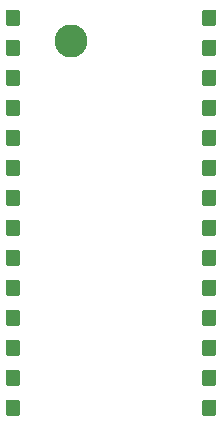
<source format=gbr>
G04 #@! TF.GenerationSoftware,KiCad,Pcbnew,5.1.4-e60b266~84~ubuntu19.04.1*
G04 #@! TF.CreationDate,2019-08-12T19:04:04-04:00*
G04 #@! TF.ProjectId,pcb2molex8878,70636232-6d6f-46c6-9578-383837382e6b,rev?*
G04 #@! TF.SameCoordinates,Original*
G04 #@! TF.FileFunction,Soldermask,Top*
G04 #@! TF.FilePolarity,Negative*
%FSLAX46Y46*%
G04 Gerber Fmt 4.6, Leading zero omitted, Abs format (unit mm)*
G04 Created by KiCad (PCBNEW 5.1.4-e60b266~84~ubuntu19.04.1) date 2019-08-12 19:04:04*
%MOMM*%
%LPD*%
G04 APERTURE LIST*
%ADD10C,2.794000*%
%ADD11C,0.050800*%
%ADD12C,1.193800*%
G04 APERTURE END LIST*
D10*
X143818400Y-84657000D03*
D11*
G36*
X139376421Y-82017175D02*
G01*
X139388010Y-82018894D01*
X139399374Y-82021740D01*
X139410405Y-82025687D01*
X139420995Y-82030696D01*
X139431044Y-82036719D01*
X139440454Y-82043698D01*
X139449134Y-82051566D01*
X139457002Y-82060246D01*
X139463981Y-82069656D01*
X139470004Y-82079705D01*
X139475013Y-82090295D01*
X139478960Y-82101326D01*
X139481806Y-82112690D01*
X139483525Y-82124279D01*
X139484100Y-82135980D01*
X139484100Y-83218020D01*
X139483525Y-83229721D01*
X139481806Y-83241310D01*
X139478960Y-83252674D01*
X139475013Y-83263705D01*
X139470004Y-83274295D01*
X139463981Y-83284344D01*
X139457002Y-83293754D01*
X139449134Y-83302434D01*
X139440454Y-83310302D01*
X139431044Y-83317281D01*
X139420995Y-83323304D01*
X139410405Y-83328313D01*
X139399374Y-83332260D01*
X139388010Y-83335106D01*
X139376421Y-83336825D01*
X139364720Y-83337400D01*
X138409680Y-83337400D01*
X138397979Y-83336825D01*
X138386390Y-83335106D01*
X138375026Y-83332260D01*
X138363995Y-83328313D01*
X138353405Y-83323304D01*
X138343356Y-83317281D01*
X138333946Y-83310302D01*
X138325266Y-83302434D01*
X138317398Y-83293754D01*
X138310419Y-83284344D01*
X138304396Y-83274295D01*
X138299387Y-83263705D01*
X138295440Y-83252674D01*
X138292594Y-83241310D01*
X138290875Y-83229721D01*
X138290300Y-83218020D01*
X138290300Y-82135980D01*
X138290875Y-82124279D01*
X138292594Y-82112690D01*
X138295440Y-82101326D01*
X138299387Y-82090295D01*
X138304396Y-82079705D01*
X138310419Y-82069656D01*
X138317398Y-82060246D01*
X138325266Y-82051566D01*
X138333946Y-82043698D01*
X138343356Y-82036719D01*
X138353405Y-82030696D01*
X138363995Y-82025687D01*
X138375026Y-82021740D01*
X138386390Y-82018894D01*
X138397979Y-82017175D01*
X138409680Y-82016600D01*
X139364720Y-82016600D01*
X139376421Y-82017175D01*
X139376421Y-82017175D01*
G37*
D12*
X138887200Y-82677000D03*
D11*
G36*
X156038821Y-115037175D02*
G01*
X156050410Y-115038894D01*
X156061774Y-115041740D01*
X156072805Y-115045687D01*
X156083395Y-115050696D01*
X156093444Y-115056719D01*
X156102854Y-115063698D01*
X156111534Y-115071566D01*
X156119402Y-115080246D01*
X156126381Y-115089656D01*
X156132404Y-115099705D01*
X156137413Y-115110295D01*
X156141360Y-115121326D01*
X156144206Y-115132690D01*
X156145925Y-115144279D01*
X156146500Y-115155980D01*
X156146500Y-116238020D01*
X156145925Y-116249721D01*
X156144206Y-116261310D01*
X156141360Y-116272674D01*
X156137413Y-116283705D01*
X156132404Y-116294295D01*
X156126381Y-116304344D01*
X156119402Y-116313754D01*
X156111534Y-116322434D01*
X156102854Y-116330302D01*
X156093444Y-116337281D01*
X156083395Y-116343304D01*
X156072805Y-116348313D01*
X156061774Y-116352260D01*
X156050410Y-116355106D01*
X156038821Y-116356825D01*
X156027120Y-116357400D01*
X155072080Y-116357400D01*
X155060379Y-116356825D01*
X155048790Y-116355106D01*
X155037426Y-116352260D01*
X155026395Y-116348313D01*
X155015805Y-116343304D01*
X155005756Y-116337281D01*
X154996346Y-116330302D01*
X154987666Y-116322434D01*
X154979798Y-116313754D01*
X154972819Y-116304344D01*
X154966796Y-116294295D01*
X154961787Y-116283705D01*
X154957840Y-116272674D01*
X154954994Y-116261310D01*
X154953275Y-116249721D01*
X154952700Y-116238020D01*
X154952700Y-115155980D01*
X154953275Y-115144279D01*
X154954994Y-115132690D01*
X154957840Y-115121326D01*
X154961787Y-115110295D01*
X154966796Y-115099705D01*
X154972819Y-115089656D01*
X154979798Y-115080246D01*
X154987666Y-115071566D01*
X154996346Y-115063698D01*
X155005756Y-115056719D01*
X155015805Y-115050696D01*
X155026395Y-115045687D01*
X155037426Y-115041740D01*
X155048790Y-115038894D01*
X155060379Y-115037175D01*
X155072080Y-115036600D01*
X156027120Y-115036600D01*
X156038821Y-115037175D01*
X156038821Y-115037175D01*
G37*
D12*
X155549600Y-115697000D03*
D11*
G36*
X139376421Y-84557175D02*
G01*
X139388010Y-84558894D01*
X139399374Y-84561740D01*
X139410405Y-84565687D01*
X139420995Y-84570696D01*
X139431044Y-84576719D01*
X139440454Y-84583698D01*
X139449134Y-84591566D01*
X139457002Y-84600246D01*
X139463981Y-84609656D01*
X139470004Y-84619705D01*
X139475013Y-84630295D01*
X139478960Y-84641326D01*
X139481806Y-84652690D01*
X139483525Y-84664279D01*
X139484100Y-84675980D01*
X139484100Y-85758020D01*
X139483525Y-85769721D01*
X139481806Y-85781310D01*
X139478960Y-85792674D01*
X139475013Y-85803705D01*
X139470004Y-85814295D01*
X139463981Y-85824344D01*
X139457002Y-85833754D01*
X139449134Y-85842434D01*
X139440454Y-85850302D01*
X139431044Y-85857281D01*
X139420995Y-85863304D01*
X139410405Y-85868313D01*
X139399374Y-85872260D01*
X139388010Y-85875106D01*
X139376421Y-85876825D01*
X139364720Y-85877400D01*
X138409680Y-85877400D01*
X138397979Y-85876825D01*
X138386390Y-85875106D01*
X138375026Y-85872260D01*
X138363995Y-85868313D01*
X138353405Y-85863304D01*
X138343356Y-85857281D01*
X138333946Y-85850302D01*
X138325266Y-85842434D01*
X138317398Y-85833754D01*
X138310419Y-85824344D01*
X138304396Y-85814295D01*
X138299387Y-85803705D01*
X138295440Y-85792674D01*
X138292594Y-85781310D01*
X138290875Y-85769721D01*
X138290300Y-85758020D01*
X138290300Y-84675980D01*
X138290875Y-84664279D01*
X138292594Y-84652690D01*
X138295440Y-84641326D01*
X138299387Y-84630295D01*
X138304396Y-84619705D01*
X138310419Y-84609656D01*
X138317398Y-84600246D01*
X138325266Y-84591566D01*
X138333946Y-84583698D01*
X138343356Y-84576719D01*
X138353405Y-84570696D01*
X138363995Y-84565687D01*
X138375026Y-84561740D01*
X138386390Y-84558894D01*
X138397979Y-84557175D01*
X138409680Y-84556600D01*
X139364720Y-84556600D01*
X139376421Y-84557175D01*
X139376421Y-84557175D01*
G37*
D12*
X138887200Y-85217000D03*
D11*
G36*
X156038821Y-112497175D02*
G01*
X156050410Y-112498894D01*
X156061774Y-112501740D01*
X156072805Y-112505687D01*
X156083395Y-112510696D01*
X156093444Y-112516719D01*
X156102854Y-112523698D01*
X156111534Y-112531566D01*
X156119402Y-112540246D01*
X156126381Y-112549656D01*
X156132404Y-112559705D01*
X156137413Y-112570295D01*
X156141360Y-112581326D01*
X156144206Y-112592690D01*
X156145925Y-112604279D01*
X156146500Y-112615980D01*
X156146500Y-113698020D01*
X156145925Y-113709721D01*
X156144206Y-113721310D01*
X156141360Y-113732674D01*
X156137413Y-113743705D01*
X156132404Y-113754295D01*
X156126381Y-113764344D01*
X156119402Y-113773754D01*
X156111534Y-113782434D01*
X156102854Y-113790302D01*
X156093444Y-113797281D01*
X156083395Y-113803304D01*
X156072805Y-113808313D01*
X156061774Y-113812260D01*
X156050410Y-113815106D01*
X156038821Y-113816825D01*
X156027120Y-113817400D01*
X155072080Y-113817400D01*
X155060379Y-113816825D01*
X155048790Y-113815106D01*
X155037426Y-113812260D01*
X155026395Y-113808313D01*
X155015805Y-113803304D01*
X155005756Y-113797281D01*
X154996346Y-113790302D01*
X154987666Y-113782434D01*
X154979798Y-113773754D01*
X154972819Y-113764344D01*
X154966796Y-113754295D01*
X154961787Y-113743705D01*
X154957840Y-113732674D01*
X154954994Y-113721310D01*
X154953275Y-113709721D01*
X154952700Y-113698020D01*
X154952700Y-112615980D01*
X154953275Y-112604279D01*
X154954994Y-112592690D01*
X154957840Y-112581326D01*
X154961787Y-112570295D01*
X154966796Y-112559705D01*
X154972819Y-112549656D01*
X154979798Y-112540246D01*
X154987666Y-112531566D01*
X154996346Y-112523698D01*
X155005756Y-112516719D01*
X155015805Y-112510696D01*
X155026395Y-112505687D01*
X155037426Y-112501740D01*
X155048790Y-112498894D01*
X155060379Y-112497175D01*
X155072080Y-112496600D01*
X156027120Y-112496600D01*
X156038821Y-112497175D01*
X156038821Y-112497175D01*
G37*
D12*
X155549600Y-113157000D03*
D11*
G36*
X139376421Y-87097175D02*
G01*
X139388010Y-87098894D01*
X139399374Y-87101740D01*
X139410405Y-87105687D01*
X139420995Y-87110696D01*
X139431044Y-87116719D01*
X139440454Y-87123698D01*
X139449134Y-87131566D01*
X139457002Y-87140246D01*
X139463981Y-87149656D01*
X139470004Y-87159705D01*
X139475013Y-87170295D01*
X139478960Y-87181326D01*
X139481806Y-87192690D01*
X139483525Y-87204279D01*
X139484100Y-87215980D01*
X139484100Y-88298020D01*
X139483525Y-88309721D01*
X139481806Y-88321310D01*
X139478960Y-88332674D01*
X139475013Y-88343705D01*
X139470004Y-88354295D01*
X139463981Y-88364344D01*
X139457002Y-88373754D01*
X139449134Y-88382434D01*
X139440454Y-88390302D01*
X139431044Y-88397281D01*
X139420995Y-88403304D01*
X139410405Y-88408313D01*
X139399374Y-88412260D01*
X139388010Y-88415106D01*
X139376421Y-88416825D01*
X139364720Y-88417400D01*
X138409680Y-88417400D01*
X138397979Y-88416825D01*
X138386390Y-88415106D01*
X138375026Y-88412260D01*
X138363995Y-88408313D01*
X138353405Y-88403304D01*
X138343356Y-88397281D01*
X138333946Y-88390302D01*
X138325266Y-88382434D01*
X138317398Y-88373754D01*
X138310419Y-88364344D01*
X138304396Y-88354295D01*
X138299387Y-88343705D01*
X138295440Y-88332674D01*
X138292594Y-88321310D01*
X138290875Y-88309721D01*
X138290300Y-88298020D01*
X138290300Y-87215980D01*
X138290875Y-87204279D01*
X138292594Y-87192690D01*
X138295440Y-87181326D01*
X138299387Y-87170295D01*
X138304396Y-87159705D01*
X138310419Y-87149656D01*
X138317398Y-87140246D01*
X138325266Y-87131566D01*
X138333946Y-87123698D01*
X138343356Y-87116719D01*
X138353405Y-87110696D01*
X138363995Y-87105687D01*
X138375026Y-87101740D01*
X138386390Y-87098894D01*
X138397979Y-87097175D01*
X138409680Y-87096600D01*
X139364720Y-87096600D01*
X139376421Y-87097175D01*
X139376421Y-87097175D01*
G37*
D12*
X138887200Y-87757000D03*
D11*
G36*
X156038821Y-109957175D02*
G01*
X156050410Y-109958894D01*
X156061774Y-109961740D01*
X156072805Y-109965687D01*
X156083395Y-109970696D01*
X156093444Y-109976719D01*
X156102854Y-109983698D01*
X156111534Y-109991566D01*
X156119402Y-110000246D01*
X156126381Y-110009656D01*
X156132404Y-110019705D01*
X156137413Y-110030295D01*
X156141360Y-110041326D01*
X156144206Y-110052690D01*
X156145925Y-110064279D01*
X156146500Y-110075980D01*
X156146500Y-111158020D01*
X156145925Y-111169721D01*
X156144206Y-111181310D01*
X156141360Y-111192674D01*
X156137413Y-111203705D01*
X156132404Y-111214295D01*
X156126381Y-111224344D01*
X156119402Y-111233754D01*
X156111534Y-111242434D01*
X156102854Y-111250302D01*
X156093444Y-111257281D01*
X156083395Y-111263304D01*
X156072805Y-111268313D01*
X156061774Y-111272260D01*
X156050410Y-111275106D01*
X156038821Y-111276825D01*
X156027120Y-111277400D01*
X155072080Y-111277400D01*
X155060379Y-111276825D01*
X155048790Y-111275106D01*
X155037426Y-111272260D01*
X155026395Y-111268313D01*
X155015805Y-111263304D01*
X155005756Y-111257281D01*
X154996346Y-111250302D01*
X154987666Y-111242434D01*
X154979798Y-111233754D01*
X154972819Y-111224344D01*
X154966796Y-111214295D01*
X154961787Y-111203705D01*
X154957840Y-111192674D01*
X154954994Y-111181310D01*
X154953275Y-111169721D01*
X154952700Y-111158020D01*
X154952700Y-110075980D01*
X154953275Y-110064279D01*
X154954994Y-110052690D01*
X154957840Y-110041326D01*
X154961787Y-110030295D01*
X154966796Y-110019705D01*
X154972819Y-110009656D01*
X154979798Y-110000246D01*
X154987666Y-109991566D01*
X154996346Y-109983698D01*
X155005756Y-109976719D01*
X155015805Y-109970696D01*
X155026395Y-109965687D01*
X155037426Y-109961740D01*
X155048790Y-109958894D01*
X155060379Y-109957175D01*
X155072080Y-109956600D01*
X156027120Y-109956600D01*
X156038821Y-109957175D01*
X156038821Y-109957175D01*
G37*
D12*
X155549600Y-110617000D03*
D11*
G36*
X139376421Y-89637175D02*
G01*
X139388010Y-89638894D01*
X139399374Y-89641740D01*
X139410405Y-89645687D01*
X139420995Y-89650696D01*
X139431044Y-89656719D01*
X139440454Y-89663698D01*
X139449134Y-89671566D01*
X139457002Y-89680246D01*
X139463981Y-89689656D01*
X139470004Y-89699705D01*
X139475013Y-89710295D01*
X139478960Y-89721326D01*
X139481806Y-89732690D01*
X139483525Y-89744279D01*
X139484100Y-89755980D01*
X139484100Y-90838020D01*
X139483525Y-90849721D01*
X139481806Y-90861310D01*
X139478960Y-90872674D01*
X139475013Y-90883705D01*
X139470004Y-90894295D01*
X139463981Y-90904344D01*
X139457002Y-90913754D01*
X139449134Y-90922434D01*
X139440454Y-90930302D01*
X139431044Y-90937281D01*
X139420995Y-90943304D01*
X139410405Y-90948313D01*
X139399374Y-90952260D01*
X139388010Y-90955106D01*
X139376421Y-90956825D01*
X139364720Y-90957400D01*
X138409680Y-90957400D01*
X138397979Y-90956825D01*
X138386390Y-90955106D01*
X138375026Y-90952260D01*
X138363995Y-90948313D01*
X138353405Y-90943304D01*
X138343356Y-90937281D01*
X138333946Y-90930302D01*
X138325266Y-90922434D01*
X138317398Y-90913754D01*
X138310419Y-90904344D01*
X138304396Y-90894295D01*
X138299387Y-90883705D01*
X138295440Y-90872674D01*
X138292594Y-90861310D01*
X138290875Y-90849721D01*
X138290300Y-90838020D01*
X138290300Y-89755980D01*
X138290875Y-89744279D01*
X138292594Y-89732690D01*
X138295440Y-89721326D01*
X138299387Y-89710295D01*
X138304396Y-89699705D01*
X138310419Y-89689656D01*
X138317398Y-89680246D01*
X138325266Y-89671566D01*
X138333946Y-89663698D01*
X138343356Y-89656719D01*
X138353405Y-89650696D01*
X138363995Y-89645687D01*
X138375026Y-89641740D01*
X138386390Y-89638894D01*
X138397979Y-89637175D01*
X138409680Y-89636600D01*
X139364720Y-89636600D01*
X139376421Y-89637175D01*
X139376421Y-89637175D01*
G37*
D12*
X138887200Y-90297000D03*
D11*
G36*
X156038821Y-107417175D02*
G01*
X156050410Y-107418894D01*
X156061774Y-107421740D01*
X156072805Y-107425687D01*
X156083395Y-107430696D01*
X156093444Y-107436719D01*
X156102854Y-107443698D01*
X156111534Y-107451566D01*
X156119402Y-107460246D01*
X156126381Y-107469656D01*
X156132404Y-107479705D01*
X156137413Y-107490295D01*
X156141360Y-107501326D01*
X156144206Y-107512690D01*
X156145925Y-107524279D01*
X156146500Y-107535980D01*
X156146500Y-108618020D01*
X156145925Y-108629721D01*
X156144206Y-108641310D01*
X156141360Y-108652674D01*
X156137413Y-108663705D01*
X156132404Y-108674295D01*
X156126381Y-108684344D01*
X156119402Y-108693754D01*
X156111534Y-108702434D01*
X156102854Y-108710302D01*
X156093444Y-108717281D01*
X156083395Y-108723304D01*
X156072805Y-108728313D01*
X156061774Y-108732260D01*
X156050410Y-108735106D01*
X156038821Y-108736825D01*
X156027120Y-108737400D01*
X155072080Y-108737400D01*
X155060379Y-108736825D01*
X155048790Y-108735106D01*
X155037426Y-108732260D01*
X155026395Y-108728313D01*
X155015805Y-108723304D01*
X155005756Y-108717281D01*
X154996346Y-108710302D01*
X154987666Y-108702434D01*
X154979798Y-108693754D01*
X154972819Y-108684344D01*
X154966796Y-108674295D01*
X154961787Y-108663705D01*
X154957840Y-108652674D01*
X154954994Y-108641310D01*
X154953275Y-108629721D01*
X154952700Y-108618020D01*
X154952700Y-107535980D01*
X154953275Y-107524279D01*
X154954994Y-107512690D01*
X154957840Y-107501326D01*
X154961787Y-107490295D01*
X154966796Y-107479705D01*
X154972819Y-107469656D01*
X154979798Y-107460246D01*
X154987666Y-107451566D01*
X154996346Y-107443698D01*
X155005756Y-107436719D01*
X155015805Y-107430696D01*
X155026395Y-107425687D01*
X155037426Y-107421740D01*
X155048790Y-107418894D01*
X155060379Y-107417175D01*
X155072080Y-107416600D01*
X156027120Y-107416600D01*
X156038821Y-107417175D01*
X156038821Y-107417175D01*
G37*
D12*
X155549600Y-108077000D03*
D11*
G36*
X139376421Y-92177175D02*
G01*
X139388010Y-92178894D01*
X139399374Y-92181740D01*
X139410405Y-92185687D01*
X139420995Y-92190696D01*
X139431044Y-92196719D01*
X139440454Y-92203698D01*
X139449134Y-92211566D01*
X139457002Y-92220246D01*
X139463981Y-92229656D01*
X139470004Y-92239705D01*
X139475013Y-92250295D01*
X139478960Y-92261326D01*
X139481806Y-92272690D01*
X139483525Y-92284279D01*
X139484100Y-92295980D01*
X139484100Y-93378020D01*
X139483525Y-93389721D01*
X139481806Y-93401310D01*
X139478960Y-93412674D01*
X139475013Y-93423705D01*
X139470004Y-93434295D01*
X139463981Y-93444344D01*
X139457002Y-93453754D01*
X139449134Y-93462434D01*
X139440454Y-93470302D01*
X139431044Y-93477281D01*
X139420995Y-93483304D01*
X139410405Y-93488313D01*
X139399374Y-93492260D01*
X139388010Y-93495106D01*
X139376421Y-93496825D01*
X139364720Y-93497400D01*
X138409680Y-93497400D01*
X138397979Y-93496825D01*
X138386390Y-93495106D01*
X138375026Y-93492260D01*
X138363995Y-93488313D01*
X138353405Y-93483304D01*
X138343356Y-93477281D01*
X138333946Y-93470302D01*
X138325266Y-93462434D01*
X138317398Y-93453754D01*
X138310419Y-93444344D01*
X138304396Y-93434295D01*
X138299387Y-93423705D01*
X138295440Y-93412674D01*
X138292594Y-93401310D01*
X138290875Y-93389721D01*
X138290300Y-93378020D01*
X138290300Y-92295980D01*
X138290875Y-92284279D01*
X138292594Y-92272690D01*
X138295440Y-92261326D01*
X138299387Y-92250295D01*
X138304396Y-92239705D01*
X138310419Y-92229656D01*
X138317398Y-92220246D01*
X138325266Y-92211566D01*
X138333946Y-92203698D01*
X138343356Y-92196719D01*
X138353405Y-92190696D01*
X138363995Y-92185687D01*
X138375026Y-92181740D01*
X138386390Y-92178894D01*
X138397979Y-92177175D01*
X138409680Y-92176600D01*
X139364720Y-92176600D01*
X139376421Y-92177175D01*
X139376421Y-92177175D01*
G37*
D12*
X138887200Y-92837000D03*
D11*
G36*
X156038821Y-104877175D02*
G01*
X156050410Y-104878894D01*
X156061774Y-104881740D01*
X156072805Y-104885687D01*
X156083395Y-104890696D01*
X156093444Y-104896719D01*
X156102854Y-104903698D01*
X156111534Y-104911566D01*
X156119402Y-104920246D01*
X156126381Y-104929656D01*
X156132404Y-104939705D01*
X156137413Y-104950295D01*
X156141360Y-104961326D01*
X156144206Y-104972690D01*
X156145925Y-104984279D01*
X156146500Y-104995980D01*
X156146500Y-106078020D01*
X156145925Y-106089721D01*
X156144206Y-106101310D01*
X156141360Y-106112674D01*
X156137413Y-106123705D01*
X156132404Y-106134295D01*
X156126381Y-106144344D01*
X156119402Y-106153754D01*
X156111534Y-106162434D01*
X156102854Y-106170302D01*
X156093444Y-106177281D01*
X156083395Y-106183304D01*
X156072805Y-106188313D01*
X156061774Y-106192260D01*
X156050410Y-106195106D01*
X156038821Y-106196825D01*
X156027120Y-106197400D01*
X155072080Y-106197400D01*
X155060379Y-106196825D01*
X155048790Y-106195106D01*
X155037426Y-106192260D01*
X155026395Y-106188313D01*
X155015805Y-106183304D01*
X155005756Y-106177281D01*
X154996346Y-106170302D01*
X154987666Y-106162434D01*
X154979798Y-106153754D01*
X154972819Y-106144344D01*
X154966796Y-106134295D01*
X154961787Y-106123705D01*
X154957840Y-106112674D01*
X154954994Y-106101310D01*
X154953275Y-106089721D01*
X154952700Y-106078020D01*
X154952700Y-104995980D01*
X154953275Y-104984279D01*
X154954994Y-104972690D01*
X154957840Y-104961326D01*
X154961787Y-104950295D01*
X154966796Y-104939705D01*
X154972819Y-104929656D01*
X154979798Y-104920246D01*
X154987666Y-104911566D01*
X154996346Y-104903698D01*
X155005756Y-104896719D01*
X155015805Y-104890696D01*
X155026395Y-104885687D01*
X155037426Y-104881740D01*
X155048790Y-104878894D01*
X155060379Y-104877175D01*
X155072080Y-104876600D01*
X156027120Y-104876600D01*
X156038821Y-104877175D01*
X156038821Y-104877175D01*
G37*
D12*
X155549600Y-105537000D03*
D11*
G36*
X139376421Y-94717175D02*
G01*
X139388010Y-94718894D01*
X139399374Y-94721740D01*
X139410405Y-94725687D01*
X139420995Y-94730696D01*
X139431044Y-94736719D01*
X139440454Y-94743698D01*
X139449134Y-94751566D01*
X139457002Y-94760246D01*
X139463981Y-94769656D01*
X139470004Y-94779705D01*
X139475013Y-94790295D01*
X139478960Y-94801326D01*
X139481806Y-94812690D01*
X139483525Y-94824279D01*
X139484100Y-94835980D01*
X139484100Y-95918020D01*
X139483525Y-95929721D01*
X139481806Y-95941310D01*
X139478960Y-95952674D01*
X139475013Y-95963705D01*
X139470004Y-95974295D01*
X139463981Y-95984344D01*
X139457002Y-95993754D01*
X139449134Y-96002434D01*
X139440454Y-96010302D01*
X139431044Y-96017281D01*
X139420995Y-96023304D01*
X139410405Y-96028313D01*
X139399374Y-96032260D01*
X139388010Y-96035106D01*
X139376421Y-96036825D01*
X139364720Y-96037400D01*
X138409680Y-96037400D01*
X138397979Y-96036825D01*
X138386390Y-96035106D01*
X138375026Y-96032260D01*
X138363995Y-96028313D01*
X138353405Y-96023304D01*
X138343356Y-96017281D01*
X138333946Y-96010302D01*
X138325266Y-96002434D01*
X138317398Y-95993754D01*
X138310419Y-95984344D01*
X138304396Y-95974295D01*
X138299387Y-95963705D01*
X138295440Y-95952674D01*
X138292594Y-95941310D01*
X138290875Y-95929721D01*
X138290300Y-95918020D01*
X138290300Y-94835980D01*
X138290875Y-94824279D01*
X138292594Y-94812690D01*
X138295440Y-94801326D01*
X138299387Y-94790295D01*
X138304396Y-94779705D01*
X138310419Y-94769656D01*
X138317398Y-94760246D01*
X138325266Y-94751566D01*
X138333946Y-94743698D01*
X138343356Y-94736719D01*
X138353405Y-94730696D01*
X138363995Y-94725687D01*
X138375026Y-94721740D01*
X138386390Y-94718894D01*
X138397979Y-94717175D01*
X138409680Y-94716600D01*
X139364720Y-94716600D01*
X139376421Y-94717175D01*
X139376421Y-94717175D01*
G37*
D12*
X138887200Y-95377000D03*
D11*
G36*
X156038821Y-102337175D02*
G01*
X156050410Y-102338894D01*
X156061774Y-102341740D01*
X156072805Y-102345687D01*
X156083395Y-102350696D01*
X156093444Y-102356719D01*
X156102854Y-102363698D01*
X156111534Y-102371566D01*
X156119402Y-102380246D01*
X156126381Y-102389656D01*
X156132404Y-102399705D01*
X156137413Y-102410295D01*
X156141360Y-102421326D01*
X156144206Y-102432690D01*
X156145925Y-102444279D01*
X156146500Y-102455980D01*
X156146500Y-103538020D01*
X156145925Y-103549721D01*
X156144206Y-103561310D01*
X156141360Y-103572674D01*
X156137413Y-103583705D01*
X156132404Y-103594295D01*
X156126381Y-103604344D01*
X156119402Y-103613754D01*
X156111534Y-103622434D01*
X156102854Y-103630302D01*
X156093444Y-103637281D01*
X156083395Y-103643304D01*
X156072805Y-103648313D01*
X156061774Y-103652260D01*
X156050410Y-103655106D01*
X156038821Y-103656825D01*
X156027120Y-103657400D01*
X155072080Y-103657400D01*
X155060379Y-103656825D01*
X155048790Y-103655106D01*
X155037426Y-103652260D01*
X155026395Y-103648313D01*
X155015805Y-103643304D01*
X155005756Y-103637281D01*
X154996346Y-103630302D01*
X154987666Y-103622434D01*
X154979798Y-103613754D01*
X154972819Y-103604344D01*
X154966796Y-103594295D01*
X154961787Y-103583705D01*
X154957840Y-103572674D01*
X154954994Y-103561310D01*
X154953275Y-103549721D01*
X154952700Y-103538020D01*
X154952700Y-102455980D01*
X154953275Y-102444279D01*
X154954994Y-102432690D01*
X154957840Y-102421326D01*
X154961787Y-102410295D01*
X154966796Y-102399705D01*
X154972819Y-102389656D01*
X154979798Y-102380246D01*
X154987666Y-102371566D01*
X154996346Y-102363698D01*
X155005756Y-102356719D01*
X155015805Y-102350696D01*
X155026395Y-102345687D01*
X155037426Y-102341740D01*
X155048790Y-102338894D01*
X155060379Y-102337175D01*
X155072080Y-102336600D01*
X156027120Y-102336600D01*
X156038821Y-102337175D01*
X156038821Y-102337175D01*
G37*
D12*
X155549600Y-102997000D03*
D11*
G36*
X139376421Y-97257175D02*
G01*
X139388010Y-97258894D01*
X139399374Y-97261740D01*
X139410405Y-97265687D01*
X139420995Y-97270696D01*
X139431044Y-97276719D01*
X139440454Y-97283698D01*
X139449134Y-97291566D01*
X139457002Y-97300246D01*
X139463981Y-97309656D01*
X139470004Y-97319705D01*
X139475013Y-97330295D01*
X139478960Y-97341326D01*
X139481806Y-97352690D01*
X139483525Y-97364279D01*
X139484100Y-97375980D01*
X139484100Y-98458020D01*
X139483525Y-98469721D01*
X139481806Y-98481310D01*
X139478960Y-98492674D01*
X139475013Y-98503705D01*
X139470004Y-98514295D01*
X139463981Y-98524344D01*
X139457002Y-98533754D01*
X139449134Y-98542434D01*
X139440454Y-98550302D01*
X139431044Y-98557281D01*
X139420995Y-98563304D01*
X139410405Y-98568313D01*
X139399374Y-98572260D01*
X139388010Y-98575106D01*
X139376421Y-98576825D01*
X139364720Y-98577400D01*
X138409680Y-98577400D01*
X138397979Y-98576825D01*
X138386390Y-98575106D01*
X138375026Y-98572260D01*
X138363995Y-98568313D01*
X138353405Y-98563304D01*
X138343356Y-98557281D01*
X138333946Y-98550302D01*
X138325266Y-98542434D01*
X138317398Y-98533754D01*
X138310419Y-98524344D01*
X138304396Y-98514295D01*
X138299387Y-98503705D01*
X138295440Y-98492674D01*
X138292594Y-98481310D01*
X138290875Y-98469721D01*
X138290300Y-98458020D01*
X138290300Y-97375980D01*
X138290875Y-97364279D01*
X138292594Y-97352690D01*
X138295440Y-97341326D01*
X138299387Y-97330295D01*
X138304396Y-97319705D01*
X138310419Y-97309656D01*
X138317398Y-97300246D01*
X138325266Y-97291566D01*
X138333946Y-97283698D01*
X138343356Y-97276719D01*
X138353405Y-97270696D01*
X138363995Y-97265687D01*
X138375026Y-97261740D01*
X138386390Y-97258894D01*
X138397979Y-97257175D01*
X138409680Y-97256600D01*
X139364720Y-97256600D01*
X139376421Y-97257175D01*
X139376421Y-97257175D01*
G37*
D12*
X138887200Y-97917000D03*
D11*
G36*
X156038821Y-99797175D02*
G01*
X156050410Y-99798894D01*
X156061774Y-99801740D01*
X156072805Y-99805687D01*
X156083395Y-99810696D01*
X156093444Y-99816719D01*
X156102854Y-99823698D01*
X156111534Y-99831566D01*
X156119402Y-99840246D01*
X156126381Y-99849656D01*
X156132404Y-99859705D01*
X156137413Y-99870295D01*
X156141360Y-99881326D01*
X156144206Y-99892690D01*
X156145925Y-99904279D01*
X156146500Y-99915980D01*
X156146500Y-100998020D01*
X156145925Y-101009721D01*
X156144206Y-101021310D01*
X156141360Y-101032674D01*
X156137413Y-101043705D01*
X156132404Y-101054295D01*
X156126381Y-101064344D01*
X156119402Y-101073754D01*
X156111534Y-101082434D01*
X156102854Y-101090302D01*
X156093444Y-101097281D01*
X156083395Y-101103304D01*
X156072805Y-101108313D01*
X156061774Y-101112260D01*
X156050410Y-101115106D01*
X156038821Y-101116825D01*
X156027120Y-101117400D01*
X155072080Y-101117400D01*
X155060379Y-101116825D01*
X155048790Y-101115106D01*
X155037426Y-101112260D01*
X155026395Y-101108313D01*
X155015805Y-101103304D01*
X155005756Y-101097281D01*
X154996346Y-101090302D01*
X154987666Y-101082434D01*
X154979798Y-101073754D01*
X154972819Y-101064344D01*
X154966796Y-101054295D01*
X154961787Y-101043705D01*
X154957840Y-101032674D01*
X154954994Y-101021310D01*
X154953275Y-101009721D01*
X154952700Y-100998020D01*
X154952700Y-99915980D01*
X154953275Y-99904279D01*
X154954994Y-99892690D01*
X154957840Y-99881326D01*
X154961787Y-99870295D01*
X154966796Y-99859705D01*
X154972819Y-99849656D01*
X154979798Y-99840246D01*
X154987666Y-99831566D01*
X154996346Y-99823698D01*
X155005756Y-99816719D01*
X155015805Y-99810696D01*
X155026395Y-99805687D01*
X155037426Y-99801740D01*
X155048790Y-99798894D01*
X155060379Y-99797175D01*
X155072080Y-99796600D01*
X156027120Y-99796600D01*
X156038821Y-99797175D01*
X156038821Y-99797175D01*
G37*
D12*
X155549600Y-100457000D03*
D11*
G36*
X139376421Y-99797175D02*
G01*
X139388010Y-99798894D01*
X139399374Y-99801740D01*
X139410405Y-99805687D01*
X139420995Y-99810696D01*
X139431044Y-99816719D01*
X139440454Y-99823698D01*
X139449134Y-99831566D01*
X139457002Y-99840246D01*
X139463981Y-99849656D01*
X139470004Y-99859705D01*
X139475013Y-99870295D01*
X139478960Y-99881326D01*
X139481806Y-99892690D01*
X139483525Y-99904279D01*
X139484100Y-99915980D01*
X139484100Y-100998020D01*
X139483525Y-101009721D01*
X139481806Y-101021310D01*
X139478960Y-101032674D01*
X139475013Y-101043705D01*
X139470004Y-101054295D01*
X139463981Y-101064344D01*
X139457002Y-101073754D01*
X139449134Y-101082434D01*
X139440454Y-101090302D01*
X139431044Y-101097281D01*
X139420995Y-101103304D01*
X139410405Y-101108313D01*
X139399374Y-101112260D01*
X139388010Y-101115106D01*
X139376421Y-101116825D01*
X139364720Y-101117400D01*
X138409680Y-101117400D01*
X138397979Y-101116825D01*
X138386390Y-101115106D01*
X138375026Y-101112260D01*
X138363995Y-101108313D01*
X138353405Y-101103304D01*
X138343356Y-101097281D01*
X138333946Y-101090302D01*
X138325266Y-101082434D01*
X138317398Y-101073754D01*
X138310419Y-101064344D01*
X138304396Y-101054295D01*
X138299387Y-101043705D01*
X138295440Y-101032674D01*
X138292594Y-101021310D01*
X138290875Y-101009721D01*
X138290300Y-100998020D01*
X138290300Y-99915980D01*
X138290875Y-99904279D01*
X138292594Y-99892690D01*
X138295440Y-99881326D01*
X138299387Y-99870295D01*
X138304396Y-99859705D01*
X138310419Y-99849656D01*
X138317398Y-99840246D01*
X138325266Y-99831566D01*
X138333946Y-99823698D01*
X138343356Y-99816719D01*
X138353405Y-99810696D01*
X138363995Y-99805687D01*
X138375026Y-99801740D01*
X138386390Y-99798894D01*
X138397979Y-99797175D01*
X138409680Y-99796600D01*
X139364720Y-99796600D01*
X139376421Y-99797175D01*
X139376421Y-99797175D01*
G37*
D12*
X138887200Y-100457000D03*
D11*
G36*
X156038821Y-97257175D02*
G01*
X156050410Y-97258894D01*
X156061774Y-97261740D01*
X156072805Y-97265687D01*
X156083395Y-97270696D01*
X156093444Y-97276719D01*
X156102854Y-97283698D01*
X156111534Y-97291566D01*
X156119402Y-97300246D01*
X156126381Y-97309656D01*
X156132404Y-97319705D01*
X156137413Y-97330295D01*
X156141360Y-97341326D01*
X156144206Y-97352690D01*
X156145925Y-97364279D01*
X156146500Y-97375980D01*
X156146500Y-98458020D01*
X156145925Y-98469721D01*
X156144206Y-98481310D01*
X156141360Y-98492674D01*
X156137413Y-98503705D01*
X156132404Y-98514295D01*
X156126381Y-98524344D01*
X156119402Y-98533754D01*
X156111534Y-98542434D01*
X156102854Y-98550302D01*
X156093444Y-98557281D01*
X156083395Y-98563304D01*
X156072805Y-98568313D01*
X156061774Y-98572260D01*
X156050410Y-98575106D01*
X156038821Y-98576825D01*
X156027120Y-98577400D01*
X155072080Y-98577400D01*
X155060379Y-98576825D01*
X155048790Y-98575106D01*
X155037426Y-98572260D01*
X155026395Y-98568313D01*
X155015805Y-98563304D01*
X155005756Y-98557281D01*
X154996346Y-98550302D01*
X154987666Y-98542434D01*
X154979798Y-98533754D01*
X154972819Y-98524344D01*
X154966796Y-98514295D01*
X154961787Y-98503705D01*
X154957840Y-98492674D01*
X154954994Y-98481310D01*
X154953275Y-98469721D01*
X154952700Y-98458020D01*
X154952700Y-97375980D01*
X154953275Y-97364279D01*
X154954994Y-97352690D01*
X154957840Y-97341326D01*
X154961787Y-97330295D01*
X154966796Y-97319705D01*
X154972819Y-97309656D01*
X154979798Y-97300246D01*
X154987666Y-97291566D01*
X154996346Y-97283698D01*
X155005756Y-97276719D01*
X155015805Y-97270696D01*
X155026395Y-97265687D01*
X155037426Y-97261740D01*
X155048790Y-97258894D01*
X155060379Y-97257175D01*
X155072080Y-97256600D01*
X156027120Y-97256600D01*
X156038821Y-97257175D01*
X156038821Y-97257175D01*
G37*
D12*
X155549600Y-97917000D03*
D11*
G36*
X139376421Y-102337175D02*
G01*
X139388010Y-102338894D01*
X139399374Y-102341740D01*
X139410405Y-102345687D01*
X139420995Y-102350696D01*
X139431044Y-102356719D01*
X139440454Y-102363698D01*
X139449134Y-102371566D01*
X139457002Y-102380246D01*
X139463981Y-102389656D01*
X139470004Y-102399705D01*
X139475013Y-102410295D01*
X139478960Y-102421326D01*
X139481806Y-102432690D01*
X139483525Y-102444279D01*
X139484100Y-102455980D01*
X139484100Y-103538020D01*
X139483525Y-103549721D01*
X139481806Y-103561310D01*
X139478960Y-103572674D01*
X139475013Y-103583705D01*
X139470004Y-103594295D01*
X139463981Y-103604344D01*
X139457002Y-103613754D01*
X139449134Y-103622434D01*
X139440454Y-103630302D01*
X139431044Y-103637281D01*
X139420995Y-103643304D01*
X139410405Y-103648313D01*
X139399374Y-103652260D01*
X139388010Y-103655106D01*
X139376421Y-103656825D01*
X139364720Y-103657400D01*
X138409680Y-103657400D01*
X138397979Y-103656825D01*
X138386390Y-103655106D01*
X138375026Y-103652260D01*
X138363995Y-103648313D01*
X138353405Y-103643304D01*
X138343356Y-103637281D01*
X138333946Y-103630302D01*
X138325266Y-103622434D01*
X138317398Y-103613754D01*
X138310419Y-103604344D01*
X138304396Y-103594295D01*
X138299387Y-103583705D01*
X138295440Y-103572674D01*
X138292594Y-103561310D01*
X138290875Y-103549721D01*
X138290300Y-103538020D01*
X138290300Y-102455980D01*
X138290875Y-102444279D01*
X138292594Y-102432690D01*
X138295440Y-102421326D01*
X138299387Y-102410295D01*
X138304396Y-102399705D01*
X138310419Y-102389656D01*
X138317398Y-102380246D01*
X138325266Y-102371566D01*
X138333946Y-102363698D01*
X138343356Y-102356719D01*
X138353405Y-102350696D01*
X138363995Y-102345687D01*
X138375026Y-102341740D01*
X138386390Y-102338894D01*
X138397979Y-102337175D01*
X138409680Y-102336600D01*
X139364720Y-102336600D01*
X139376421Y-102337175D01*
X139376421Y-102337175D01*
G37*
D12*
X138887200Y-102997000D03*
D11*
G36*
X156038821Y-94717175D02*
G01*
X156050410Y-94718894D01*
X156061774Y-94721740D01*
X156072805Y-94725687D01*
X156083395Y-94730696D01*
X156093444Y-94736719D01*
X156102854Y-94743698D01*
X156111534Y-94751566D01*
X156119402Y-94760246D01*
X156126381Y-94769656D01*
X156132404Y-94779705D01*
X156137413Y-94790295D01*
X156141360Y-94801326D01*
X156144206Y-94812690D01*
X156145925Y-94824279D01*
X156146500Y-94835980D01*
X156146500Y-95918020D01*
X156145925Y-95929721D01*
X156144206Y-95941310D01*
X156141360Y-95952674D01*
X156137413Y-95963705D01*
X156132404Y-95974295D01*
X156126381Y-95984344D01*
X156119402Y-95993754D01*
X156111534Y-96002434D01*
X156102854Y-96010302D01*
X156093444Y-96017281D01*
X156083395Y-96023304D01*
X156072805Y-96028313D01*
X156061774Y-96032260D01*
X156050410Y-96035106D01*
X156038821Y-96036825D01*
X156027120Y-96037400D01*
X155072080Y-96037400D01*
X155060379Y-96036825D01*
X155048790Y-96035106D01*
X155037426Y-96032260D01*
X155026395Y-96028313D01*
X155015805Y-96023304D01*
X155005756Y-96017281D01*
X154996346Y-96010302D01*
X154987666Y-96002434D01*
X154979798Y-95993754D01*
X154972819Y-95984344D01*
X154966796Y-95974295D01*
X154961787Y-95963705D01*
X154957840Y-95952674D01*
X154954994Y-95941310D01*
X154953275Y-95929721D01*
X154952700Y-95918020D01*
X154952700Y-94835980D01*
X154953275Y-94824279D01*
X154954994Y-94812690D01*
X154957840Y-94801326D01*
X154961787Y-94790295D01*
X154966796Y-94779705D01*
X154972819Y-94769656D01*
X154979798Y-94760246D01*
X154987666Y-94751566D01*
X154996346Y-94743698D01*
X155005756Y-94736719D01*
X155015805Y-94730696D01*
X155026395Y-94725687D01*
X155037426Y-94721740D01*
X155048790Y-94718894D01*
X155060379Y-94717175D01*
X155072080Y-94716600D01*
X156027120Y-94716600D01*
X156038821Y-94717175D01*
X156038821Y-94717175D01*
G37*
D12*
X155549600Y-95377000D03*
D11*
G36*
X139376421Y-104877175D02*
G01*
X139388010Y-104878894D01*
X139399374Y-104881740D01*
X139410405Y-104885687D01*
X139420995Y-104890696D01*
X139431044Y-104896719D01*
X139440454Y-104903698D01*
X139449134Y-104911566D01*
X139457002Y-104920246D01*
X139463981Y-104929656D01*
X139470004Y-104939705D01*
X139475013Y-104950295D01*
X139478960Y-104961326D01*
X139481806Y-104972690D01*
X139483525Y-104984279D01*
X139484100Y-104995980D01*
X139484100Y-106078020D01*
X139483525Y-106089721D01*
X139481806Y-106101310D01*
X139478960Y-106112674D01*
X139475013Y-106123705D01*
X139470004Y-106134295D01*
X139463981Y-106144344D01*
X139457002Y-106153754D01*
X139449134Y-106162434D01*
X139440454Y-106170302D01*
X139431044Y-106177281D01*
X139420995Y-106183304D01*
X139410405Y-106188313D01*
X139399374Y-106192260D01*
X139388010Y-106195106D01*
X139376421Y-106196825D01*
X139364720Y-106197400D01*
X138409680Y-106197400D01*
X138397979Y-106196825D01*
X138386390Y-106195106D01*
X138375026Y-106192260D01*
X138363995Y-106188313D01*
X138353405Y-106183304D01*
X138343356Y-106177281D01*
X138333946Y-106170302D01*
X138325266Y-106162434D01*
X138317398Y-106153754D01*
X138310419Y-106144344D01*
X138304396Y-106134295D01*
X138299387Y-106123705D01*
X138295440Y-106112674D01*
X138292594Y-106101310D01*
X138290875Y-106089721D01*
X138290300Y-106078020D01*
X138290300Y-104995980D01*
X138290875Y-104984279D01*
X138292594Y-104972690D01*
X138295440Y-104961326D01*
X138299387Y-104950295D01*
X138304396Y-104939705D01*
X138310419Y-104929656D01*
X138317398Y-104920246D01*
X138325266Y-104911566D01*
X138333946Y-104903698D01*
X138343356Y-104896719D01*
X138353405Y-104890696D01*
X138363995Y-104885687D01*
X138375026Y-104881740D01*
X138386390Y-104878894D01*
X138397979Y-104877175D01*
X138409680Y-104876600D01*
X139364720Y-104876600D01*
X139376421Y-104877175D01*
X139376421Y-104877175D01*
G37*
D12*
X138887200Y-105537000D03*
D11*
G36*
X156038821Y-92177175D02*
G01*
X156050410Y-92178894D01*
X156061774Y-92181740D01*
X156072805Y-92185687D01*
X156083395Y-92190696D01*
X156093444Y-92196719D01*
X156102854Y-92203698D01*
X156111534Y-92211566D01*
X156119402Y-92220246D01*
X156126381Y-92229656D01*
X156132404Y-92239705D01*
X156137413Y-92250295D01*
X156141360Y-92261326D01*
X156144206Y-92272690D01*
X156145925Y-92284279D01*
X156146500Y-92295980D01*
X156146500Y-93378020D01*
X156145925Y-93389721D01*
X156144206Y-93401310D01*
X156141360Y-93412674D01*
X156137413Y-93423705D01*
X156132404Y-93434295D01*
X156126381Y-93444344D01*
X156119402Y-93453754D01*
X156111534Y-93462434D01*
X156102854Y-93470302D01*
X156093444Y-93477281D01*
X156083395Y-93483304D01*
X156072805Y-93488313D01*
X156061774Y-93492260D01*
X156050410Y-93495106D01*
X156038821Y-93496825D01*
X156027120Y-93497400D01*
X155072080Y-93497400D01*
X155060379Y-93496825D01*
X155048790Y-93495106D01*
X155037426Y-93492260D01*
X155026395Y-93488313D01*
X155015805Y-93483304D01*
X155005756Y-93477281D01*
X154996346Y-93470302D01*
X154987666Y-93462434D01*
X154979798Y-93453754D01*
X154972819Y-93444344D01*
X154966796Y-93434295D01*
X154961787Y-93423705D01*
X154957840Y-93412674D01*
X154954994Y-93401310D01*
X154953275Y-93389721D01*
X154952700Y-93378020D01*
X154952700Y-92295980D01*
X154953275Y-92284279D01*
X154954994Y-92272690D01*
X154957840Y-92261326D01*
X154961787Y-92250295D01*
X154966796Y-92239705D01*
X154972819Y-92229656D01*
X154979798Y-92220246D01*
X154987666Y-92211566D01*
X154996346Y-92203698D01*
X155005756Y-92196719D01*
X155015805Y-92190696D01*
X155026395Y-92185687D01*
X155037426Y-92181740D01*
X155048790Y-92178894D01*
X155060379Y-92177175D01*
X155072080Y-92176600D01*
X156027120Y-92176600D01*
X156038821Y-92177175D01*
X156038821Y-92177175D01*
G37*
D12*
X155549600Y-92837000D03*
D11*
G36*
X139376421Y-107417175D02*
G01*
X139388010Y-107418894D01*
X139399374Y-107421740D01*
X139410405Y-107425687D01*
X139420995Y-107430696D01*
X139431044Y-107436719D01*
X139440454Y-107443698D01*
X139449134Y-107451566D01*
X139457002Y-107460246D01*
X139463981Y-107469656D01*
X139470004Y-107479705D01*
X139475013Y-107490295D01*
X139478960Y-107501326D01*
X139481806Y-107512690D01*
X139483525Y-107524279D01*
X139484100Y-107535980D01*
X139484100Y-108618020D01*
X139483525Y-108629721D01*
X139481806Y-108641310D01*
X139478960Y-108652674D01*
X139475013Y-108663705D01*
X139470004Y-108674295D01*
X139463981Y-108684344D01*
X139457002Y-108693754D01*
X139449134Y-108702434D01*
X139440454Y-108710302D01*
X139431044Y-108717281D01*
X139420995Y-108723304D01*
X139410405Y-108728313D01*
X139399374Y-108732260D01*
X139388010Y-108735106D01*
X139376421Y-108736825D01*
X139364720Y-108737400D01*
X138409680Y-108737400D01*
X138397979Y-108736825D01*
X138386390Y-108735106D01*
X138375026Y-108732260D01*
X138363995Y-108728313D01*
X138353405Y-108723304D01*
X138343356Y-108717281D01*
X138333946Y-108710302D01*
X138325266Y-108702434D01*
X138317398Y-108693754D01*
X138310419Y-108684344D01*
X138304396Y-108674295D01*
X138299387Y-108663705D01*
X138295440Y-108652674D01*
X138292594Y-108641310D01*
X138290875Y-108629721D01*
X138290300Y-108618020D01*
X138290300Y-107535980D01*
X138290875Y-107524279D01*
X138292594Y-107512690D01*
X138295440Y-107501326D01*
X138299387Y-107490295D01*
X138304396Y-107479705D01*
X138310419Y-107469656D01*
X138317398Y-107460246D01*
X138325266Y-107451566D01*
X138333946Y-107443698D01*
X138343356Y-107436719D01*
X138353405Y-107430696D01*
X138363995Y-107425687D01*
X138375026Y-107421740D01*
X138386390Y-107418894D01*
X138397979Y-107417175D01*
X138409680Y-107416600D01*
X139364720Y-107416600D01*
X139376421Y-107417175D01*
X139376421Y-107417175D01*
G37*
D12*
X138887200Y-108077000D03*
D11*
G36*
X156038821Y-89637175D02*
G01*
X156050410Y-89638894D01*
X156061774Y-89641740D01*
X156072805Y-89645687D01*
X156083395Y-89650696D01*
X156093444Y-89656719D01*
X156102854Y-89663698D01*
X156111534Y-89671566D01*
X156119402Y-89680246D01*
X156126381Y-89689656D01*
X156132404Y-89699705D01*
X156137413Y-89710295D01*
X156141360Y-89721326D01*
X156144206Y-89732690D01*
X156145925Y-89744279D01*
X156146500Y-89755980D01*
X156146500Y-90838020D01*
X156145925Y-90849721D01*
X156144206Y-90861310D01*
X156141360Y-90872674D01*
X156137413Y-90883705D01*
X156132404Y-90894295D01*
X156126381Y-90904344D01*
X156119402Y-90913754D01*
X156111534Y-90922434D01*
X156102854Y-90930302D01*
X156093444Y-90937281D01*
X156083395Y-90943304D01*
X156072805Y-90948313D01*
X156061774Y-90952260D01*
X156050410Y-90955106D01*
X156038821Y-90956825D01*
X156027120Y-90957400D01*
X155072080Y-90957400D01*
X155060379Y-90956825D01*
X155048790Y-90955106D01*
X155037426Y-90952260D01*
X155026395Y-90948313D01*
X155015805Y-90943304D01*
X155005756Y-90937281D01*
X154996346Y-90930302D01*
X154987666Y-90922434D01*
X154979798Y-90913754D01*
X154972819Y-90904344D01*
X154966796Y-90894295D01*
X154961787Y-90883705D01*
X154957840Y-90872674D01*
X154954994Y-90861310D01*
X154953275Y-90849721D01*
X154952700Y-90838020D01*
X154952700Y-89755980D01*
X154953275Y-89744279D01*
X154954994Y-89732690D01*
X154957840Y-89721326D01*
X154961787Y-89710295D01*
X154966796Y-89699705D01*
X154972819Y-89689656D01*
X154979798Y-89680246D01*
X154987666Y-89671566D01*
X154996346Y-89663698D01*
X155005756Y-89656719D01*
X155015805Y-89650696D01*
X155026395Y-89645687D01*
X155037426Y-89641740D01*
X155048790Y-89638894D01*
X155060379Y-89637175D01*
X155072080Y-89636600D01*
X156027120Y-89636600D01*
X156038821Y-89637175D01*
X156038821Y-89637175D01*
G37*
D12*
X155549600Y-90297000D03*
D11*
G36*
X139376421Y-109957175D02*
G01*
X139388010Y-109958894D01*
X139399374Y-109961740D01*
X139410405Y-109965687D01*
X139420995Y-109970696D01*
X139431044Y-109976719D01*
X139440454Y-109983698D01*
X139449134Y-109991566D01*
X139457002Y-110000246D01*
X139463981Y-110009656D01*
X139470004Y-110019705D01*
X139475013Y-110030295D01*
X139478960Y-110041326D01*
X139481806Y-110052690D01*
X139483525Y-110064279D01*
X139484100Y-110075980D01*
X139484100Y-111158020D01*
X139483525Y-111169721D01*
X139481806Y-111181310D01*
X139478960Y-111192674D01*
X139475013Y-111203705D01*
X139470004Y-111214295D01*
X139463981Y-111224344D01*
X139457002Y-111233754D01*
X139449134Y-111242434D01*
X139440454Y-111250302D01*
X139431044Y-111257281D01*
X139420995Y-111263304D01*
X139410405Y-111268313D01*
X139399374Y-111272260D01*
X139388010Y-111275106D01*
X139376421Y-111276825D01*
X139364720Y-111277400D01*
X138409680Y-111277400D01*
X138397979Y-111276825D01*
X138386390Y-111275106D01*
X138375026Y-111272260D01*
X138363995Y-111268313D01*
X138353405Y-111263304D01*
X138343356Y-111257281D01*
X138333946Y-111250302D01*
X138325266Y-111242434D01*
X138317398Y-111233754D01*
X138310419Y-111224344D01*
X138304396Y-111214295D01*
X138299387Y-111203705D01*
X138295440Y-111192674D01*
X138292594Y-111181310D01*
X138290875Y-111169721D01*
X138290300Y-111158020D01*
X138290300Y-110075980D01*
X138290875Y-110064279D01*
X138292594Y-110052690D01*
X138295440Y-110041326D01*
X138299387Y-110030295D01*
X138304396Y-110019705D01*
X138310419Y-110009656D01*
X138317398Y-110000246D01*
X138325266Y-109991566D01*
X138333946Y-109983698D01*
X138343356Y-109976719D01*
X138353405Y-109970696D01*
X138363995Y-109965687D01*
X138375026Y-109961740D01*
X138386390Y-109958894D01*
X138397979Y-109957175D01*
X138409680Y-109956600D01*
X139364720Y-109956600D01*
X139376421Y-109957175D01*
X139376421Y-109957175D01*
G37*
D12*
X138887200Y-110617000D03*
D11*
G36*
X156038821Y-87097175D02*
G01*
X156050410Y-87098894D01*
X156061774Y-87101740D01*
X156072805Y-87105687D01*
X156083395Y-87110696D01*
X156093444Y-87116719D01*
X156102854Y-87123698D01*
X156111534Y-87131566D01*
X156119402Y-87140246D01*
X156126381Y-87149656D01*
X156132404Y-87159705D01*
X156137413Y-87170295D01*
X156141360Y-87181326D01*
X156144206Y-87192690D01*
X156145925Y-87204279D01*
X156146500Y-87215980D01*
X156146500Y-88298020D01*
X156145925Y-88309721D01*
X156144206Y-88321310D01*
X156141360Y-88332674D01*
X156137413Y-88343705D01*
X156132404Y-88354295D01*
X156126381Y-88364344D01*
X156119402Y-88373754D01*
X156111534Y-88382434D01*
X156102854Y-88390302D01*
X156093444Y-88397281D01*
X156083395Y-88403304D01*
X156072805Y-88408313D01*
X156061774Y-88412260D01*
X156050410Y-88415106D01*
X156038821Y-88416825D01*
X156027120Y-88417400D01*
X155072080Y-88417400D01*
X155060379Y-88416825D01*
X155048790Y-88415106D01*
X155037426Y-88412260D01*
X155026395Y-88408313D01*
X155015805Y-88403304D01*
X155005756Y-88397281D01*
X154996346Y-88390302D01*
X154987666Y-88382434D01*
X154979798Y-88373754D01*
X154972819Y-88364344D01*
X154966796Y-88354295D01*
X154961787Y-88343705D01*
X154957840Y-88332674D01*
X154954994Y-88321310D01*
X154953275Y-88309721D01*
X154952700Y-88298020D01*
X154952700Y-87215980D01*
X154953275Y-87204279D01*
X154954994Y-87192690D01*
X154957840Y-87181326D01*
X154961787Y-87170295D01*
X154966796Y-87159705D01*
X154972819Y-87149656D01*
X154979798Y-87140246D01*
X154987666Y-87131566D01*
X154996346Y-87123698D01*
X155005756Y-87116719D01*
X155015805Y-87110696D01*
X155026395Y-87105687D01*
X155037426Y-87101740D01*
X155048790Y-87098894D01*
X155060379Y-87097175D01*
X155072080Y-87096600D01*
X156027120Y-87096600D01*
X156038821Y-87097175D01*
X156038821Y-87097175D01*
G37*
D12*
X155549600Y-87757000D03*
D11*
G36*
X139376421Y-112497175D02*
G01*
X139388010Y-112498894D01*
X139399374Y-112501740D01*
X139410405Y-112505687D01*
X139420995Y-112510696D01*
X139431044Y-112516719D01*
X139440454Y-112523698D01*
X139449134Y-112531566D01*
X139457002Y-112540246D01*
X139463981Y-112549656D01*
X139470004Y-112559705D01*
X139475013Y-112570295D01*
X139478960Y-112581326D01*
X139481806Y-112592690D01*
X139483525Y-112604279D01*
X139484100Y-112615980D01*
X139484100Y-113698020D01*
X139483525Y-113709721D01*
X139481806Y-113721310D01*
X139478960Y-113732674D01*
X139475013Y-113743705D01*
X139470004Y-113754295D01*
X139463981Y-113764344D01*
X139457002Y-113773754D01*
X139449134Y-113782434D01*
X139440454Y-113790302D01*
X139431044Y-113797281D01*
X139420995Y-113803304D01*
X139410405Y-113808313D01*
X139399374Y-113812260D01*
X139388010Y-113815106D01*
X139376421Y-113816825D01*
X139364720Y-113817400D01*
X138409680Y-113817400D01*
X138397979Y-113816825D01*
X138386390Y-113815106D01*
X138375026Y-113812260D01*
X138363995Y-113808313D01*
X138353405Y-113803304D01*
X138343356Y-113797281D01*
X138333946Y-113790302D01*
X138325266Y-113782434D01*
X138317398Y-113773754D01*
X138310419Y-113764344D01*
X138304396Y-113754295D01*
X138299387Y-113743705D01*
X138295440Y-113732674D01*
X138292594Y-113721310D01*
X138290875Y-113709721D01*
X138290300Y-113698020D01*
X138290300Y-112615980D01*
X138290875Y-112604279D01*
X138292594Y-112592690D01*
X138295440Y-112581326D01*
X138299387Y-112570295D01*
X138304396Y-112559705D01*
X138310419Y-112549656D01*
X138317398Y-112540246D01*
X138325266Y-112531566D01*
X138333946Y-112523698D01*
X138343356Y-112516719D01*
X138353405Y-112510696D01*
X138363995Y-112505687D01*
X138375026Y-112501740D01*
X138386390Y-112498894D01*
X138397979Y-112497175D01*
X138409680Y-112496600D01*
X139364720Y-112496600D01*
X139376421Y-112497175D01*
X139376421Y-112497175D01*
G37*
D12*
X138887200Y-113157000D03*
D11*
G36*
X156038821Y-84557175D02*
G01*
X156050410Y-84558894D01*
X156061774Y-84561740D01*
X156072805Y-84565687D01*
X156083395Y-84570696D01*
X156093444Y-84576719D01*
X156102854Y-84583698D01*
X156111534Y-84591566D01*
X156119402Y-84600246D01*
X156126381Y-84609656D01*
X156132404Y-84619705D01*
X156137413Y-84630295D01*
X156141360Y-84641326D01*
X156144206Y-84652690D01*
X156145925Y-84664279D01*
X156146500Y-84675980D01*
X156146500Y-85758020D01*
X156145925Y-85769721D01*
X156144206Y-85781310D01*
X156141360Y-85792674D01*
X156137413Y-85803705D01*
X156132404Y-85814295D01*
X156126381Y-85824344D01*
X156119402Y-85833754D01*
X156111534Y-85842434D01*
X156102854Y-85850302D01*
X156093444Y-85857281D01*
X156083395Y-85863304D01*
X156072805Y-85868313D01*
X156061774Y-85872260D01*
X156050410Y-85875106D01*
X156038821Y-85876825D01*
X156027120Y-85877400D01*
X155072080Y-85877400D01*
X155060379Y-85876825D01*
X155048790Y-85875106D01*
X155037426Y-85872260D01*
X155026395Y-85868313D01*
X155015805Y-85863304D01*
X155005756Y-85857281D01*
X154996346Y-85850302D01*
X154987666Y-85842434D01*
X154979798Y-85833754D01*
X154972819Y-85824344D01*
X154966796Y-85814295D01*
X154961787Y-85803705D01*
X154957840Y-85792674D01*
X154954994Y-85781310D01*
X154953275Y-85769721D01*
X154952700Y-85758020D01*
X154952700Y-84675980D01*
X154953275Y-84664279D01*
X154954994Y-84652690D01*
X154957840Y-84641326D01*
X154961787Y-84630295D01*
X154966796Y-84619705D01*
X154972819Y-84609656D01*
X154979798Y-84600246D01*
X154987666Y-84591566D01*
X154996346Y-84583698D01*
X155005756Y-84576719D01*
X155015805Y-84570696D01*
X155026395Y-84565687D01*
X155037426Y-84561740D01*
X155048790Y-84558894D01*
X155060379Y-84557175D01*
X155072080Y-84556600D01*
X156027120Y-84556600D01*
X156038821Y-84557175D01*
X156038821Y-84557175D01*
G37*
D12*
X155549600Y-85217000D03*
D11*
G36*
X139376421Y-115037175D02*
G01*
X139388010Y-115038894D01*
X139399374Y-115041740D01*
X139410405Y-115045687D01*
X139420995Y-115050696D01*
X139431044Y-115056719D01*
X139440454Y-115063698D01*
X139449134Y-115071566D01*
X139457002Y-115080246D01*
X139463981Y-115089656D01*
X139470004Y-115099705D01*
X139475013Y-115110295D01*
X139478960Y-115121326D01*
X139481806Y-115132690D01*
X139483525Y-115144279D01*
X139484100Y-115155980D01*
X139484100Y-116238020D01*
X139483525Y-116249721D01*
X139481806Y-116261310D01*
X139478960Y-116272674D01*
X139475013Y-116283705D01*
X139470004Y-116294295D01*
X139463981Y-116304344D01*
X139457002Y-116313754D01*
X139449134Y-116322434D01*
X139440454Y-116330302D01*
X139431044Y-116337281D01*
X139420995Y-116343304D01*
X139410405Y-116348313D01*
X139399374Y-116352260D01*
X139388010Y-116355106D01*
X139376421Y-116356825D01*
X139364720Y-116357400D01*
X138409680Y-116357400D01*
X138397979Y-116356825D01*
X138386390Y-116355106D01*
X138375026Y-116352260D01*
X138363995Y-116348313D01*
X138353405Y-116343304D01*
X138343356Y-116337281D01*
X138333946Y-116330302D01*
X138325266Y-116322434D01*
X138317398Y-116313754D01*
X138310419Y-116304344D01*
X138304396Y-116294295D01*
X138299387Y-116283705D01*
X138295440Y-116272674D01*
X138292594Y-116261310D01*
X138290875Y-116249721D01*
X138290300Y-116238020D01*
X138290300Y-115155980D01*
X138290875Y-115144279D01*
X138292594Y-115132690D01*
X138295440Y-115121326D01*
X138299387Y-115110295D01*
X138304396Y-115099705D01*
X138310419Y-115089656D01*
X138317398Y-115080246D01*
X138325266Y-115071566D01*
X138333946Y-115063698D01*
X138343356Y-115056719D01*
X138353405Y-115050696D01*
X138363995Y-115045687D01*
X138375026Y-115041740D01*
X138386390Y-115038894D01*
X138397979Y-115037175D01*
X138409680Y-115036600D01*
X139364720Y-115036600D01*
X139376421Y-115037175D01*
X139376421Y-115037175D01*
G37*
D12*
X138887200Y-115697000D03*
D11*
G36*
X156038821Y-82017175D02*
G01*
X156050410Y-82018894D01*
X156061774Y-82021740D01*
X156072805Y-82025687D01*
X156083395Y-82030696D01*
X156093444Y-82036719D01*
X156102854Y-82043698D01*
X156111534Y-82051566D01*
X156119402Y-82060246D01*
X156126381Y-82069656D01*
X156132404Y-82079705D01*
X156137413Y-82090295D01*
X156141360Y-82101326D01*
X156144206Y-82112690D01*
X156145925Y-82124279D01*
X156146500Y-82135980D01*
X156146500Y-83218020D01*
X156145925Y-83229721D01*
X156144206Y-83241310D01*
X156141360Y-83252674D01*
X156137413Y-83263705D01*
X156132404Y-83274295D01*
X156126381Y-83284344D01*
X156119402Y-83293754D01*
X156111534Y-83302434D01*
X156102854Y-83310302D01*
X156093444Y-83317281D01*
X156083395Y-83323304D01*
X156072805Y-83328313D01*
X156061774Y-83332260D01*
X156050410Y-83335106D01*
X156038821Y-83336825D01*
X156027120Y-83337400D01*
X155072080Y-83337400D01*
X155060379Y-83336825D01*
X155048790Y-83335106D01*
X155037426Y-83332260D01*
X155026395Y-83328313D01*
X155015805Y-83323304D01*
X155005756Y-83317281D01*
X154996346Y-83310302D01*
X154987666Y-83302434D01*
X154979798Y-83293754D01*
X154972819Y-83284344D01*
X154966796Y-83274295D01*
X154961787Y-83263705D01*
X154957840Y-83252674D01*
X154954994Y-83241310D01*
X154953275Y-83229721D01*
X154952700Y-83218020D01*
X154952700Y-82135980D01*
X154953275Y-82124279D01*
X154954994Y-82112690D01*
X154957840Y-82101326D01*
X154961787Y-82090295D01*
X154966796Y-82079705D01*
X154972819Y-82069656D01*
X154979798Y-82060246D01*
X154987666Y-82051566D01*
X154996346Y-82043698D01*
X155005756Y-82036719D01*
X155015805Y-82030696D01*
X155026395Y-82025687D01*
X155037426Y-82021740D01*
X155048790Y-82018894D01*
X155060379Y-82017175D01*
X155072080Y-82016600D01*
X156027120Y-82016600D01*
X156038821Y-82017175D01*
X156038821Y-82017175D01*
G37*
D12*
X155549600Y-82677000D03*
M02*

</source>
